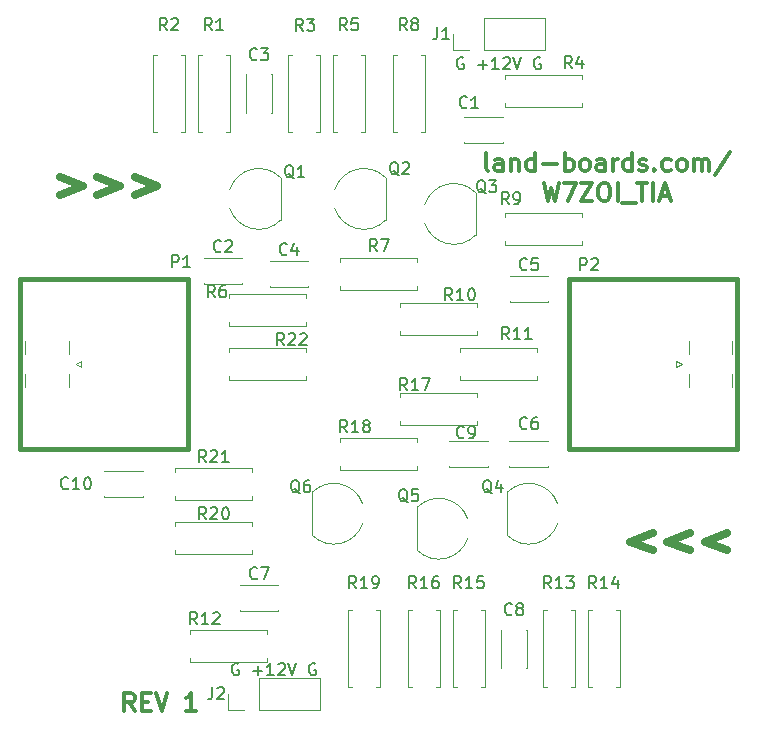
<source format=gto>
%TF.GenerationSoftware,KiCad,Pcbnew,(5.1.10)-1*%
%TF.CreationDate,2021-10-29T13:49:13-04:00*%
%TF.ProjectId,W7ZOI_TIA,57375a4f-495f-4544-9941-2e6b69636164,rev?*%
%TF.SameCoordinates,Original*%
%TF.FileFunction,Legend,Top*%
%TF.FilePolarity,Positive*%
%FSLAX46Y46*%
G04 Gerber Fmt 4.6, Leading zero omitted, Abs format (unit mm)*
G04 Created by KiCad (PCBNEW (5.1.10)-1) date 2021-10-29 13:49:13*
%MOMM*%
%LPD*%
G01*
G04 APERTURE LIST*
%ADD10C,0.300000*%
%ADD11C,0.150000*%
%ADD12C,0.635000*%
%ADD13C,0.120000*%
%ADD14C,0.381000*%
G04 APERTURE END LIST*
D10*
X113935142Y-115715171D02*
X113435142Y-115000885D01*
X113078000Y-115715171D02*
X113078000Y-114215171D01*
X113649428Y-114215171D01*
X113792285Y-114286600D01*
X113863714Y-114358028D01*
X113935142Y-114500885D01*
X113935142Y-114715171D01*
X113863714Y-114858028D01*
X113792285Y-114929457D01*
X113649428Y-115000885D01*
X113078000Y-115000885D01*
X114578000Y-114929457D02*
X115078000Y-114929457D01*
X115292285Y-115715171D02*
X114578000Y-115715171D01*
X114578000Y-114215171D01*
X115292285Y-114215171D01*
X115720857Y-114215171D02*
X116220857Y-115715171D01*
X116720857Y-114215171D01*
X119149428Y-115715171D02*
X118292285Y-115715171D01*
X118720857Y-115715171D02*
X118720857Y-114215171D01*
X118578000Y-114429457D01*
X118435142Y-114572314D01*
X118292285Y-114643742D01*
D11*
X122730000Y-111742600D02*
X122634761Y-111694980D01*
X122491904Y-111694980D01*
X122349047Y-111742600D01*
X122253809Y-111837838D01*
X122206190Y-111933076D01*
X122158571Y-112123552D01*
X122158571Y-112266409D01*
X122206190Y-112456885D01*
X122253809Y-112552123D01*
X122349047Y-112647361D01*
X122491904Y-112694980D01*
X122587142Y-112694980D01*
X122730000Y-112647361D01*
X122777619Y-112599742D01*
X122777619Y-112266409D01*
X122587142Y-112266409D01*
X123968095Y-112314028D02*
X124730000Y-112314028D01*
X124349047Y-112694980D02*
X124349047Y-111933076D01*
X125730000Y-112694980D02*
X125158571Y-112694980D01*
X125444285Y-112694980D02*
X125444285Y-111694980D01*
X125349047Y-111837838D01*
X125253809Y-111933076D01*
X125158571Y-111980695D01*
X126110952Y-111790219D02*
X126158571Y-111742600D01*
X126253809Y-111694980D01*
X126491904Y-111694980D01*
X126587142Y-111742600D01*
X126634761Y-111790219D01*
X126682380Y-111885457D01*
X126682380Y-111980695D01*
X126634761Y-112123552D01*
X126063333Y-112694980D01*
X126682380Y-112694980D01*
X126968095Y-111694980D02*
X127301428Y-112694980D01*
X127634761Y-111694980D01*
X129253809Y-111742600D02*
X129158571Y-111694980D01*
X129015714Y-111694980D01*
X128872857Y-111742600D01*
X128777619Y-111837838D01*
X128730000Y-111933076D01*
X128682380Y-112123552D01*
X128682380Y-112266409D01*
X128730000Y-112456885D01*
X128777619Y-112552123D01*
X128872857Y-112647361D01*
X129015714Y-112694980D01*
X129110952Y-112694980D01*
X129253809Y-112647361D01*
X129301428Y-112599742D01*
X129301428Y-112266409D01*
X129110952Y-112266409D01*
X141780000Y-60434600D02*
X141684761Y-60386980D01*
X141541904Y-60386980D01*
X141399047Y-60434600D01*
X141303809Y-60529838D01*
X141256190Y-60625076D01*
X141208571Y-60815552D01*
X141208571Y-60958409D01*
X141256190Y-61148885D01*
X141303809Y-61244123D01*
X141399047Y-61339361D01*
X141541904Y-61386980D01*
X141637142Y-61386980D01*
X141780000Y-61339361D01*
X141827619Y-61291742D01*
X141827619Y-60958409D01*
X141637142Y-60958409D01*
X143018095Y-61006028D02*
X143780000Y-61006028D01*
X143399047Y-61386980D02*
X143399047Y-60625076D01*
X144780000Y-61386980D02*
X144208571Y-61386980D01*
X144494285Y-61386980D02*
X144494285Y-60386980D01*
X144399047Y-60529838D01*
X144303809Y-60625076D01*
X144208571Y-60672695D01*
X145160952Y-60482219D02*
X145208571Y-60434600D01*
X145303809Y-60386980D01*
X145541904Y-60386980D01*
X145637142Y-60434600D01*
X145684761Y-60482219D01*
X145732380Y-60577457D01*
X145732380Y-60672695D01*
X145684761Y-60815552D01*
X145113333Y-61386980D01*
X145732380Y-61386980D01*
X146018095Y-60386980D02*
X146351428Y-61386980D01*
X146684761Y-60386980D01*
X148303809Y-60434600D02*
X148208571Y-60386980D01*
X148065714Y-60386980D01*
X147922857Y-60434600D01*
X147827619Y-60529838D01*
X147780000Y-60625076D01*
X147732380Y-60815552D01*
X147732380Y-60958409D01*
X147780000Y-61148885D01*
X147827619Y-61244123D01*
X147922857Y-61339361D01*
X148065714Y-61386980D01*
X148160952Y-61386980D01*
X148303809Y-61339361D01*
X148351428Y-61291742D01*
X148351428Y-60958409D01*
X148160952Y-60958409D01*
D10*
X143888285Y-69990171D02*
X143745428Y-69918742D01*
X143674000Y-69775885D01*
X143674000Y-68490171D01*
X145102571Y-69990171D02*
X145102571Y-69204457D01*
X145031142Y-69061600D01*
X144888285Y-68990171D01*
X144602571Y-68990171D01*
X144459714Y-69061600D01*
X145102571Y-69918742D02*
X144959714Y-69990171D01*
X144602571Y-69990171D01*
X144459714Y-69918742D01*
X144388285Y-69775885D01*
X144388285Y-69633028D01*
X144459714Y-69490171D01*
X144602571Y-69418742D01*
X144959714Y-69418742D01*
X145102571Y-69347314D01*
X145816857Y-68990171D02*
X145816857Y-69990171D01*
X145816857Y-69133028D02*
X145888285Y-69061600D01*
X146031142Y-68990171D01*
X146245428Y-68990171D01*
X146388285Y-69061600D01*
X146459714Y-69204457D01*
X146459714Y-69990171D01*
X147816857Y-69990171D02*
X147816857Y-68490171D01*
X147816857Y-69918742D02*
X147674000Y-69990171D01*
X147388285Y-69990171D01*
X147245428Y-69918742D01*
X147174000Y-69847314D01*
X147102571Y-69704457D01*
X147102571Y-69275885D01*
X147174000Y-69133028D01*
X147245428Y-69061600D01*
X147388285Y-68990171D01*
X147674000Y-68990171D01*
X147816857Y-69061600D01*
X148531142Y-69418742D02*
X149674000Y-69418742D01*
X150388285Y-69990171D02*
X150388285Y-68490171D01*
X150388285Y-69061600D02*
X150531142Y-68990171D01*
X150816857Y-68990171D01*
X150959714Y-69061600D01*
X151031142Y-69133028D01*
X151102571Y-69275885D01*
X151102571Y-69704457D01*
X151031142Y-69847314D01*
X150959714Y-69918742D01*
X150816857Y-69990171D01*
X150531142Y-69990171D01*
X150388285Y-69918742D01*
X151959714Y-69990171D02*
X151816857Y-69918742D01*
X151745428Y-69847314D01*
X151674000Y-69704457D01*
X151674000Y-69275885D01*
X151745428Y-69133028D01*
X151816857Y-69061600D01*
X151959714Y-68990171D01*
X152174000Y-68990171D01*
X152316857Y-69061600D01*
X152388285Y-69133028D01*
X152459714Y-69275885D01*
X152459714Y-69704457D01*
X152388285Y-69847314D01*
X152316857Y-69918742D01*
X152174000Y-69990171D01*
X151959714Y-69990171D01*
X153745428Y-69990171D02*
X153745428Y-69204457D01*
X153674000Y-69061600D01*
X153531142Y-68990171D01*
X153245428Y-68990171D01*
X153102571Y-69061600D01*
X153745428Y-69918742D02*
X153602571Y-69990171D01*
X153245428Y-69990171D01*
X153102571Y-69918742D01*
X153031142Y-69775885D01*
X153031142Y-69633028D01*
X153102571Y-69490171D01*
X153245428Y-69418742D01*
X153602571Y-69418742D01*
X153745428Y-69347314D01*
X154459714Y-69990171D02*
X154459714Y-68990171D01*
X154459714Y-69275885D02*
X154531142Y-69133028D01*
X154602571Y-69061600D01*
X154745428Y-68990171D01*
X154888285Y-68990171D01*
X156031142Y-69990171D02*
X156031142Y-68490171D01*
X156031142Y-69918742D02*
X155888285Y-69990171D01*
X155602571Y-69990171D01*
X155459714Y-69918742D01*
X155388285Y-69847314D01*
X155316857Y-69704457D01*
X155316857Y-69275885D01*
X155388285Y-69133028D01*
X155459714Y-69061600D01*
X155602571Y-68990171D01*
X155888285Y-68990171D01*
X156031142Y-69061600D01*
X156674000Y-69918742D02*
X156816857Y-69990171D01*
X157102571Y-69990171D01*
X157245428Y-69918742D01*
X157316857Y-69775885D01*
X157316857Y-69704457D01*
X157245428Y-69561600D01*
X157102571Y-69490171D01*
X156888285Y-69490171D01*
X156745428Y-69418742D01*
X156674000Y-69275885D01*
X156674000Y-69204457D01*
X156745428Y-69061600D01*
X156888285Y-68990171D01*
X157102571Y-68990171D01*
X157245428Y-69061600D01*
X157959714Y-69847314D02*
X158031142Y-69918742D01*
X157959714Y-69990171D01*
X157888285Y-69918742D01*
X157959714Y-69847314D01*
X157959714Y-69990171D01*
X159316857Y-69918742D02*
X159174000Y-69990171D01*
X158888285Y-69990171D01*
X158745428Y-69918742D01*
X158674000Y-69847314D01*
X158602571Y-69704457D01*
X158602571Y-69275885D01*
X158674000Y-69133028D01*
X158745428Y-69061600D01*
X158888285Y-68990171D01*
X159174000Y-68990171D01*
X159316857Y-69061600D01*
X160174000Y-69990171D02*
X160031142Y-69918742D01*
X159959714Y-69847314D01*
X159888285Y-69704457D01*
X159888285Y-69275885D01*
X159959714Y-69133028D01*
X160031142Y-69061600D01*
X160174000Y-68990171D01*
X160388285Y-68990171D01*
X160531142Y-69061600D01*
X160602571Y-69133028D01*
X160674000Y-69275885D01*
X160674000Y-69704457D01*
X160602571Y-69847314D01*
X160531142Y-69918742D01*
X160388285Y-69990171D01*
X160174000Y-69990171D01*
X161316857Y-69990171D02*
X161316857Y-68990171D01*
X161316857Y-69133028D02*
X161388285Y-69061600D01*
X161531142Y-68990171D01*
X161745428Y-68990171D01*
X161888285Y-69061600D01*
X161959714Y-69204457D01*
X161959714Y-69990171D01*
X161959714Y-69204457D02*
X162031142Y-69061600D01*
X162174000Y-68990171D01*
X162388285Y-68990171D01*
X162531142Y-69061600D01*
X162602571Y-69204457D01*
X162602571Y-69990171D01*
X164388285Y-68418742D02*
X163102571Y-70347314D01*
X148566857Y-71040171D02*
X148924000Y-72540171D01*
X149209714Y-71468742D01*
X149495428Y-72540171D01*
X149852571Y-71040171D01*
X150281142Y-71040171D02*
X151281142Y-71040171D01*
X150638285Y-72540171D01*
X151709714Y-71040171D02*
X152709714Y-71040171D01*
X151709714Y-72540171D01*
X152709714Y-72540171D01*
X153566857Y-71040171D02*
X153852571Y-71040171D01*
X153995428Y-71111600D01*
X154138285Y-71254457D01*
X154209714Y-71540171D01*
X154209714Y-72040171D01*
X154138285Y-72325885D01*
X153995428Y-72468742D01*
X153852571Y-72540171D01*
X153566857Y-72540171D01*
X153424000Y-72468742D01*
X153281142Y-72325885D01*
X153209714Y-72040171D01*
X153209714Y-71540171D01*
X153281142Y-71254457D01*
X153424000Y-71111600D01*
X153566857Y-71040171D01*
X154852571Y-72540171D02*
X154852571Y-71040171D01*
X155209714Y-72683028D02*
X156352571Y-72683028D01*
X156495428Y-71040171D02*
X157352571Y-71040171D01*
X156924000Y-72540171D02*
X156924000Y-71040171D01*
X157852571Y-72540171D02*
X157852571Y-71040171D01*
X158495428Y-72111600D02*
X159209714Y-72111600D01*
X158352571Y-72540171D02*
X158852571Y-71040171D01*
X159352571Y-72540171D01*
D12*
X164132380Y-102118885D02*
X162197142Y-101393171D01*
X164132380Y-100667457D01*
X160987619Y-102118885D02*
X159052380Y-101393171D01*
X160987619Y-100667457D01*
X157842857Y-102118885D02*
X155907619Y-101393171D01*
X157842857Y-100667457D01*
X107647619Y-70550314D02*
X109582857Y-71276028D01*
X107647619Y-72001742D01*
X110792380Y-70550314D02*
X112727619Y-71276028D01*
X110792380Y-72001742D01*
X113937142Y-70550314D02*
X115872380Y-71276028D01*
X113937142Y-72001742D01*
D13*
%TO.C,C1*%
X141870000Y-65402600D02*
X145110000Y-65402600D01*
X141870000Y-67642600D02*
X145110000Y-67642600D01*
X141870000Y-65402600D02*
X141870000Y-65467600D01*
X141870000Y-67577600D02*
X141870000Y-67642600D01*
X145110000Y-65402600D02*
X145110000Y-65467600D01*
X145110000Y-67577600D02*
X145110000Y-67642600D01*
%TO.C,C2*%
X119812000Y-77405600D02*
X119812000Y-77340600D01*
X119812000Y-79580600D02*
X119812000Y-79515600D01*
X123052000Y-77405600D02*
X123052000Y-77340600D01*
X123052000Y-79580600D02*
X123052000Y-79515600D01*
X123052000Y-77340600D02*
X119812000Y-77340600D01*
X123052000Y-79580600D02*
X119812000Y-79580600D01*
%TO.C,C3*%
X125580000Y-61834600D02*
X125580000Y-65074600D01*
X123340000Y-61834600D02*
X123340000Y-65074600D01*
X125580000Y-61834600D02*
X125515000Y-61834600D01*
X123405000Y-61834600D02*
X123340000Y-61834600D01*
X125580000Y-65074600D02*
X125515000Y-65074600D01*
X123405000Y-65074600D02*
X123340000Y-65074600D01*
%TO.C,C4*%
X125400000Y-77659600D02*
X125400000Y-77594600D01*
X125400000Y-79834600D02*
X125400000Y-79769600D01*
X128640000Y-77659600D02*
X128640000Y-77594600D01*
X128640000Y-79834600D02*
X128640000Y-79769600D01*
X128640000Y-77594600D02*
X125400000Y-77594600D01*
X128640000Y-79834600D02*
X125400000Y-79834600D01*
%TO.C,C5*%
X148960000Y-81104600D02*
X145720000Y-81104600D01*
X148960000Y-78864600D02*
X145720000Y-78864600D01*
X148960000Y-81104600D02*
X148960000Y-81039600D01*
X148960000Y-78929600D02*
X148960000Y-78864600D01*
X145720000Y-81104600D02*
X145720000Y-81039600D01*
X145720000Y-78929600D02*
X145720000Y-78864600D01*
%TO.C,C6*%
X148920000Y-95009600D02*
X148920000Y-95074600D01*
X148920000Y-92834600D02*
X148920000Y-92899600D01*
X145680000Y-95009600D02*
X145680000Y-95074600D01*
X145680000Y-92834600D02*
X145680000Y-92899600D01*
X145680000Y-95074600D02*
X148920000Y-95074600D01*
X145680000Y-92834600D02*
X148920000Y-92834600D01*
%TO.C,C7*%
X126100000Y-107201600D02*
X126100000Y-107266600D01*
X126100000Y-105026600D02*
X126100000Y-105091600D01*
X122860000Y-107201600D02*
X122860000Y-107266600D01*
X122860000Y-105026600D02*
X122860000Y-105091600D01*
X122860000Y-107266600D02*
X126100000Y-107266600D01*
X122860000Y-105026600D02*
X126100000Y-105026600D01*
%TO.C,C8*%
X144930000Y-112104600D02*
X144930000Y-108864600D01*
X147170000Y-112104600D02*
X147170000Y-108864600D01*
X144930000Y-112104600D02*
X144995000Y-112104600D01*
X147105000Y-112104600D02*
X147170000Y-112104600D01*
X144930000Y-108864600D02*
X144995000Y-108864600D01*
X147105000Y-108864600D02*
X147170000Y-108864600D01*
%TO.C,C9*%
X143840000Y-95009600D02*
X143840000Y-95074600D01*
X143840000Y-92834600D02*
X143840000Y-92899600D01*
X140600000Y-95009600D02*
X140600000Y-95074600D01*
X140600000Y-92834600D02*
X140600000Y-92899600D01*
X140600000Y-95074600D02*
X143840000Y-95074600D01*
X140600000Y-92834600D02*
X143840000Y-92834600D01*
%TO.C,C10*%
X111390000Y-95374600D02*
X114630000Y-95374600D01*
X111390000Y-97614600D02*
X114630000Y-97614600D01*
X111390000Y-95374600D02*
X111390000Y-95439600D01*
X111390000Y-97549600D02*
X111390000Y-97614600D01*
X114630000Y-95374600D02*
X114630000Y-95439600D01*
X114630000Y-97549600D02*
X114630000Y-97614600D01*
%TO.C,P1*%
X108390000Y-87174600D02*
X108390000Y-88284600D01*
X108390000Y-84384600D02*
X108390000Y-85494600D01*
X104680000Y-87174600D02*
X104680000Y-88284600D01*
X104680000Y-84384600D02*
X104680000Y-85494600D01*
X108940000Y-86334600D02*
X109440000Y-86584600D01*
X109440000Y-86584600D02*
X109440000Y-86084600D01*
X109440000Y-86084600D02*
X108940000Y-86334600D01*
%TO.C,P2*%
X159800000Y-86584600D02*
X160300000Y-86334600D01*
X159800000Y-86084600D02*
X159800000Y-86584600D01*
X160300000Y-86334600D02*
X159800000Y-86084600D01*
X164560000Y-88284600D02*
X164560000Y-87174600D01*
X164560000Y-85494600D02*
X164560000Y-84384600D01*
X160850000Y-88284600D02*
X160850000Y-87174600D01*
X160850000Y-85494600D02*
X160850000Y-84384600D01*
%TO.C,Q1*%
X126310000Y-74164600D02*
X126310000Y-70564600D01*
X126287684Y-70556155D02*
G75*
G03*
X122010000Y-71584600I-1827684J-1808445D01*
G01*
X126301741Y-74176475D02*
G75*
G02*
X122010000Y-73184600I-1841741J1811875D01*
G01*
%TO.C,Q2*%
X135200000Y-74164600D02*
X135200000Y-70564600D01*
X135177684Y-70556155D02*
G75*
G03*
X130900000Y-71584600I-1827684J-1808445D01*
G01*
X135191741Y-74176475D02*
G75*
G02*
X130900000Y-73184600I-1841741J1811875D01*
G01*
%TO.C,Q3*%
X142820000Y-75434600D02*
X142820000Y-71834600D01*
X142811741Y-75446475D02*
G75*
G02*
X138520000Y-74454600I-1841741J1811875D01*
G01*
X142797684Y-71826155D02*
G75*
G03*
X138520000Y-72854600I-1827684J-1808445D01*
G01*
%TO.C,Q4*%
X145470000Y-97234600D02*
X145470000Y-100834600D01*
X145478259Y-97222725D02*
G75*
G02*
X149770000Y-98214600I1841741J-1811875D01*
G01*
X145492316Y-100843045D02*
G75*
G03*
X149770000Y-99814600I1827684J1808445D01*
G01*
%TO.C,Q5*%
X137850000Y-98504600D02*
X137850000Y-102104600D01*
X137872316Y-102113045D02*
G75*
G03*
X142150000Y-101084600I1827684J1808445D01*
G01*
X137858259Y-98492725D02*
G75*
G02*
X142150000Y-99484600I1841741J-1811875D01*
G01*
%TO.C,Q6*%
X128960000Y-97234600D02*
X128960000Y-100834600D01*
X128968259Y-97222725D02*
G75*
G02*
X133260000Y-98214600I1841741J-1811875D01*
G01*
X128982316Y-100843045D02*
G75*
G03*
X133260000Y-99814600I1827684J1808445D01*
G01*
%TO.C,R1*%
X119280000Y-66744600D02*
X119610000Y-66744600D01*
X119280000Y-60204600D02*
X119280000Y-66744600D01*
X119610000Y-60204600D02*
X119280000Y-60204600D01*
X122020000Y-66744600D02*
X121690000Y-66744600D01*
X122020000Y-60204600D02*
X122020000Y-66744600D01*
X121690000Y-60204600D02*
X122020000Y-60204600D01*
%TO.C,R2*%
X115800000Y-66744600D02*
X115470000Y-66744600D01*
X115470000Y-66744600D02*
X115470000Y-60204600D01*
X115470000Y-60204600D02*
X115800000Y-60204600D01*
X117880000Y-66744600D02*
X118210000Y-66744600D01*
X118210000Y-66744600D02*
X118210000Y-60204600D01*
X118210000Y-60204600D02*
X117880000Y-60204600D01*
%TO.C,R3*%
X127230000Y-66744600D02*
X126900000Y-66744600D01*
X126900000Y-66744600D02*
X126900000Y-60204600D01*
X126900000Y-60204600D02*
X127230000Y-60204600D01*
X129310000Y-66744600D02*
X129640000Y-66744600D01*
X129640000Y-66744600D02*
X129640000Y-60204600D01*
X129640000Y-60204600D02*
X129310000Y-60204600D01*
%TO.C,R4*%
X145320000Y-62180600D02*
X145320000Y-61850600D01*
X145320000Y-61850600D02*
X151860000Y-61850600D01*
X151860000Y-61850600D02*
X151860000Y-62180600D01*
X145320000Y-64260600D02*
X145320000Y-64590600D01*
X145320000Y-64590600D02*
X151860000Y-64590600D01*
X151860000Y-64590600D02*
X151860000Y-64260600D01*
%TO.C,R5*%
X133120000Y-60204600D02*
X133450000Y-60204600D01*
X133450000Y-60204600D02*
X133450000Y-66744600D01*
X133450000Y-66744600D02*
X133120000Y-66744600D01*
X131040000Y-60204600D02*
X130710000Y-60204600D01*
X130710000Y-60204600D02*
X130710000Y-66744600D01*
X130710000Y-66744600D02*
X131040000Y-66744600D01*
%TO.C,R6*%
X128492000Y-83132600D02*
X128492000Y-82802600D01*
X121952000Y-83132600D02*
X128492000Y-83132600D01*
X121952000Y-82802600D02*
X121952000Y-83132600D01*
X128492000Y-80392600D02*
X128492000Y-80722600D01*
X121952000Y-80392600D02*
X128492000Y-80392600D01*
X121952000Y-80722600D02*
X121952000Y-80392600D01*
%TO.C,R7*%
X137890000Y-80084600D02*
X137890000Y-79754600D01*
X131350000Y-80084600D02*
X137890000Y-80084600D01*
X131350000Y-79754600D02*
X131350000Y-80084600D01*
X137890000Y-77344600D02*
X137890000Y-77674600D01*
X131350000Y-77344600D02*
X137890000Y-77344600D01*
X131350000Y-77674600D02*
X131350000Y-77344600D01*
%TO.C,R8*%
X138530000Y-60204600D02*
X138200000Y-60204600D01*
X138530000Y-66744600D02*
X138530000Y-60204600D01*
X138200000Y-66744600D02*
X138530000Y-66744600D01*
X135790000Y-60204600D02*
X136120000Y-60204600D01*
X135790000Y-66744600D02*
X135790000Y-60204600D01*
X136120000Y-66744600D02*
X135790000Y-66744600D01*
%TO.C,R9*%
X151860000Y-76274600D02*
X151860000Y-75944600D01*
X145320000Y-76274600D02*
X151860000Y-76274600D01*
X145320000Y-75944600D02*
X145320000Y-76274600D01*
X151860000Y-73534600D02*
X151860000Y-73864600D01*
X145320000Y-73534600D02*
X151860000Y-73534600D01*
X145320000Y-73864600D02*
X145320000Y-73534600D01*
%TO.C,R10*%
X142970000Y-83564600D02*
X142970000Y-83894600D01*
X142970000Y-83894600D02*
X136430000Y-83894600D01*
X136430000Y-83894600D02*
X136430000Y-83564600D01*
X142970000Y-81484600D02*
X142970000Y-81154600D01*
X142970000Y-81154600D02*
X136430000Y-81154600D01*
X136430000Y-81154600D02*
X136430000Y-81484600D01*
%TO.C,R11*%
X148050000Y-87374600D02*
X148050000Y-87704600D01*
X148050000Y-87704600D02*
X141510000Y-87704600D01*
X141510000Y-87704600D02*
X141510000Y-87374600D01*
X148050000Y-85294600D02*
X148050000Y-84964600D01*
X148050000Y-84964600D02*
X141510000Y-84964600D01*
X141510000Y-84964600D02*
X141510000Y-85294600D01*
%TO.C,R12*%
X125190000Y-111250600D02*
X125190000Y-111580600D01*
X125190000Y-111580600D02*
X118650000Y-111580600D01*
X118650000Y-111580600D02*
X118650000Y-111250600D01*
X125190000Y-109170600D02*
X125190000Y-108840600D01*
X125190000Y-108840600D02*
X118650000Y-108840600D01*
X118650000Y-108840600D02*
X118650000Y-109170600D01*
%TO.C,R13*%
X148820000Y-113734600D02*
X148490000Y-113734600D01*
X148490000Y-113734600D02*
X148490000Y-107194600D01*
X148490000Y-107194600D02*
X148820000Y-107194600D01*
X150900000Y-113734600D02*
X151230000Y-113734600D01*
X151230000Y-113734600D02*
X151230000Y-107194600D01*
X151230000Y-107194600D02*
X150900000Y-107194600D01*
%TO.C,R14*%
X152300000Y-113734600D02*
X152630000Y-113734600D01*
X152300000Y-107194600D02*
X152300000Y-113734600D01*
X152630000Y-107194600D02*
X152300000Y-107194600D01*
X155040000Y-113734600D02*
X154710000Y-113734600D01*
X155040000Y-107194600D02*
X155040000Y-113734600D01*
X154710000Y-107194600D02*
X155040000Y-107194600D01*
%TO.C,R15*%
X140870000Y-113734600D02*
X141200000Y-113734600D01*
X140870000Y-107194600D02*
X140870000Y-113734600D01*
X141200000Y-107194600D02*
X140870000Y-107194600D01*
X143610000Y-113734600D02*
X143280000Y-113734600D01*
X143610000Y-107194600D02*
X143610000Y-113734600D01*
X143280000Y-107194600D02*
X143610000Y-107194600D01*
%TO.C,R16*%
X139800000Y-107194600D02*
X139470000Y-107194600D01*
X139800000Y-113734600D02*
X139800000Y-107194600D01*
X139470000Y-113734600D02*
X139800000Y-113734600D01*
X137060000Y-107194600D02*
X137390000Y-107194600D01*
X137060000Y-113734600D02*
X137060000Y-107194600D01*
X137390000Y-113734600D02*
X137060000Y-113734600D01*
%TO.C,R17*%
X136430000Y-88774600D02*
X136430000Y-89104600D01*
X142970000Y-88774600D02*
X136430000Y-88774600D01*
X142970000Y-89104600D02*
X142970000Y-88774600D01*
X136430000Y-91514600D02*
X136430000Y-91184600D01*
X142970000Y-91514600D02*
X136430000Y-91514600D01*
X142970000Y-91184600D02*
X142970000Y-91514600D01*
%TO.C,R18*%
X137890000Y-94994600D02*
X137890000Y-95324600D01*
X137890000Y-95324600D02*
X131350000Y-95324600D01*
X131350000Y-95324600D02*
X131350000Y-94994600D01*
X137890000Y-92914600D02*
X137890000Y-92584600D01*
X137890000Y-92584600D02*
X131350000Y-92584600D01*
X131350000Y-92584600D02*
X131350000Y-92914600D01*
%TO.C,R19*%
X131980000Y-113734600D02*
X132310000Y-113734600D01*
X131980000Y-107194600D02*
X131980000Y-113734600D01*
X132310000Y-107194600D02*
X131980000Y-107194600D01*
X134720000Y-113734600D02*
X134390000Y-113734600D01*
X134720000Y-107194600D02*
X134720000Y-113734600D01*
X134390000Y-107194600D02*
X134720000Y-107194600D01*
%TO.C,R20*%
X123920000Y-102106600D02*
X123920000Y-102436600D01*
X123920000Y-102436600D02*
X117380000Y-102436600D01*
X117380000Y-102436600D02*
X117380000Y-102106600D01*
X123920000Y-100026600D02*
X123920000Y-99696600D01*
X123920000Y-99696600D02*
X117380000Y-99696600D01*
X117380000Y-99696600D02*
X117380000Y-100026600D01*
%TO.C,R21*%
X123920000Y-97864600D02*
X123920000Y-97534600D01*
X117380000Y-97864600D02*
X123920000Y-97864600D01*
X117380000Y-97534600D02*
X117380000Y-97864600D01*
X123920000Y-95124600D02*
X123920000Y-95454600D01*
X117380000Y-95124600D02*
X123920000Y-95124600D01*
X117380000Y-95454600D02*
X117380000Y-95124600D01*
%TO.C,J1*%
X148650000Y-59724600D02*
X148650000Y-57064600D01*
X143510000Y-59724600D02*
X148650000Y-59724600D01*
X143510000Y-57064600D02*
X148650000Y-57064600D01*
X143510000Y-59724600D02*
X143510000Y-57064600D01*
X142240000Y-59724600D02*
X140910000Y-59724600D01*
X140910000Y-59724600D02*
X140910000Y-58394600D01*
%TO.C,J2*%
X121860000Y-115604600D02*
X121860000Y-114274600D01*
X123190000Y-115604600D02*
X121860000Y-115604600D01*
X124460000Y-115604600D02*
X124460000Y-112944600D01*
X124460000Y-112944600D02*
X129600000Y-112944600D01*
X124460000Y-115604600D02*
X129600000Y-115604600D01*
X129600000Y-115604600D02*
X129600000Y-112944600D01*
%TO.C,R22*%
X121952000Y-85294600D02*
X121952000Y-84964600D01*
X121952000Y-84964600D02*
X128492000Y-84964600D01*
X128492000Y-84964600D02*
X128492000Y-85294600D01*
X121952000Y-87374600D02*
X121952000Y-87704600D01*
X121952000Y-87704600D02*
X128492000Y-87704600D01*
X128492000Y-87704600D02*
X128492000Y-87374600D01*
D14*
%TO.C,P3*%
X118465600Y-93522800D02*
X104264460Y-93522800D01*
X104269540Y-93527880D02*
X104269540Y-79128620D01*
X104264460Y-79123540D02*
X118465600Y-79123540D01*
X118483380Y-93522800D02*
X118483380Y-79123540D01*
%TO.C,P4*%
X150756620Y-79146400D02*
X150756620Y-93545660D01*
X164975540Y-93545660D02*
X150774400Y-93545660D01*
X164970460Y-79141320D02*
X164970460Y-93540580D01*
X150774400Y-79146400D02*
X164975540Y-79146400D01*
%TO.C,C1*%
D11*
X142073333Y-64593742D02*
X142025714Y-64641361D01*
X141882857Y-64688980D01*
X141787619Y-64688980D01*
X141644761Y-64641361D01*
X141549523Y-64546123D01*
X141501904Y-64450885D01*
X141454285Y-64260409D01*
X141454285Y-64117552D01*
X141501904Y-63927076D01*
X141549523Y-63831838D01*
X141644761Y-63736600D01*
X141787619Y-63688980D01*
X141882857Y-63688980D01*
X142025714Y-63736600D01*
X142073333Y-63784219D01*
X143025714Y-64688980D02*
X142454285Y-64688980D01*
X142740000Y-64688980D02*
X142740000Y-63688980D01*
X142644761Y-63831838D01*
X142549523Y-63927076D01*
X142454285Y-63974695D01*
%TO.C,C2*%
X121245333Y-76785742D02*
X121197714Y-76833361D01*
X121054857Y-76880980D01*
X120959619Y-76880980D01*
X120816761Y-76833361D01*
X120721523Y-76738123D01*
X120673904Y-76642885D01*
X120626285Y-76452409D01*
X120626285Y-76309552D01*
X120673904Y-76119076D01*
X120721523Y-76023838D01*
X120816761Y-75928600D01*
X120959619Y-75880980D01*
X121054857Y-75880980D01*
X121197714Y-75928600D01*
X121245333Y-75976219D01*
X121626285Y-75976219D02*
X121673904Y-75928600D01*
X121769142Y-75880980D01*
X122007238Y-75880980D01*
X122102476Y-75928600D01*
X122150095Y-75976219D01*
X122197714Y-76071457D01*
X122197714Y-76166695D01*
X122150095Y-76309552D01*
X121578666Y-76880980D01*
X122197714Y-76880980D01*
%TO.C,C3*%
X124293333Y-60529742D02*
X124245714Y-60577361D01*
X124102857Y-60624980D01*
X124007619Y-60624980D01*
X123864761Y-60577361D01*
X123769523Y-60482123D01*
X123721904Y-60386885D01*
X123674285Y-60196409D01*
X123674285Y-60053552D01*
X123721904Y-59863076D01*
X123769523Y-59767838D01*
X123864761Y-59672600D01*
X124007619Y-59624980D01*
X124102857Y-59624980D01*
X124245714Y-59672600D01*
X124293333Y-59720219D01*
X124626666Y-59624980D02*
X125245714Y-59624980D01*
X124912380Y-60005933D01*
X125055238Y-60005933D01*
X125150476Y-60053552D01*
X125198095Y-60101171D01*
X125245714Y-60196409D01*
X125245714Y-60434504D01*
X125198095Y-60529742D01*
X125150476Y-60577361D01*
X125055238Y-60624980D01*
X124769523Y-60624980D01*
X124674285Y-60577361D01*
X124626666Y-60529742D01*
%TO.C,C4*%
X126833333Y-77039742D02*
X126785714Y-77087361D01*
X126642857Y-77134980D01*
X126547619Y-77134980D01*
X126404761Y-77087361D01*
X126309523Y-76992123D01*
X126261904Y-76896885D01*
X126214285Y-76706409D01*
X126214285Y-76563552D01*
X126261904Y-76373076D01*
X126309523Y-76277838D01*
X126404761Y-76182600D01*
X126547619Y-76134980D01*
X126642857Y-76134980D01*
X126785714Y-76182600D01*
X126833333Y-76230219D01*
X127690476Y-76468314D02*
X127690476Y-77134980D01*
X127452380Y-76087361D02*
X127214285Y-76801647D01*
X127833333Y-76801647D01*
%TO.C,C5*%
X147153333Y-78309742D02*
X147105714Y-78357361D01*
X146962857Y-78404980D01*
X146867619Y-78404980D01*
X146724761Y-78357361D01*
X146629523Y-78262123D01*
X146581904Y-78166885D01*
X146534285Y-77976409D01*
X146534285Y-77833552D01*
X146581904Y-77643076D01*
X146629523Y-77547838D01*
X146724761Y-77452600D01*
X146867619Y-77404980D01*
X146962857Y-77404980D01*
X147105714Y-77452600D01*
X147153333Y-77500219D01*
X148058095Y-77404980D02*
X147581904Y-77404980D01*
X147534285Y-77881171D01*
X147581904Y-77833552D01*
X147677142Y-77785933D01*
X147915238Y-77785933D01*
X148010476Y-77833552D01*
X148058095Y-77881171D01*
X148105714Y-77976409D01*
X148105714Y-78214504D01*
X148058095Y-78309742D01*
X148010476Y-78357361D01*
X147915238Y-78404980D01*
X147677142Y-78404980D01*
X147581904Y-78357361D01*
X147534285Y-78309742D01*
%TO.C,C6*%
X147153333Y-91771742D02*
X147105714Y-91819361D01*
X146962857Y-91866980D01*
X146867619Y-91866980D01*
X146724761Y-91819361D01*
X146629523Y-91724123D01*
X146581904Y-91628885D01*
X146534285Y-91438409D01*
X146534285Y-91295552D01*
X146581904Y-91105076D01*
X146629523Y-91009838D01*
X146724761Y-90914600D01*
X146867619Y-90866980D01*
X146962857Y-90866980D01*
X147105714Y-90914600D01*
X147153333Y-90962219D01*
X148010476Y-90866980D02*
X147820000Y-90866980D01*
X147724761Y-90914600D01*
X147677142Y-90962219D01*
X147581904Y-91105076D01*
X147534285Y-91295552D01*
X147534285Y-91676504D01*
X147581904Y-91771742D01*
X147629523Y-91819361D01*
X147724761Y-91866980D01*
X147915238Y-91866980D01*
X148010476Y-91819361D01*
X148058095Y-91771742D01*
X148105714Y-91676504D01*
X148105714Y-91438409D01*
X148058095Y-91343171D01*
X148010476Y-91295552D01*
X147915238Y-91247933D01*
X147724761Y-91247933D01*
X147629523Y-91295552D01*
X147581904Y-91343171D01*
X147534285Y-91438409D01*
%TO.C,C7*%
X124313333Y-104471742D02*
X124265714Y-104519361D01*
X124122857Y-104566980D01*
X124027619Y-104566980D01*
X123884761Y-104519361D01*
X123789523Y-104424123D01*
X123741904Y-104328885D01*
X123694285Y-104138409D01*
X123694285Y-103995552D01*
X123741904Y-103805076D01*
X123789523Y-103709838D01*
X123884761Y-103614600D01*
X124027619Y-103566980D01*
X124122857Y-103566980D01*
X124265714Y-103614600D01*
X124313333Y-103662219D01*
X124646666Y-103566980D02*
X125313333Y-103566980D01*
X124884761Y-104566980D01*
%TO.C,C8*%
X145883333Y-107519742D02*
X145835714Y-107567361D01*
X145692857Y-107614980D01*
X145597619Y-107614980D01*
X145454761Y-107567361D01*
X145359523Y-107472123D01*
X145311904Y-107376885D01*
X145264285Y-107186409D01*
X145264285Y-107043552D01*
X145311904Y-106853076D01*
X145359523Y-106757838D01*
X145454761Y-106662600D01*
X145597619Y-106614980D01*
X145692857Y-106614980D01*
X145835714Y-106662600D01*
X145883333Y-106710219D01*
X146454761Y-107043552D02*
X146359523Y-106995933D01*
X146311904Y-106948314D01*
X146264285Y-106853076D01*
X146264285Y-106805457D01*
X146311904Y-106710219D01*
X146359523Y-106662600D01*
X146454761Y-106614980D01*
X146645238Y-106614980D01*
X146740476Y-106662600D01*
X146788095Y-106710219D01*
X146835714Y-106805457D01*
X146835714Y-106853076D01*
X146788095Y-106948314D01*
X146740476Y-106995933D01*
X146645238Y-107043552D01*
X146454761Y-107043552D01*
X146359523Y-107091171D01*
X146311904Y-107138790D01*
X146264285Y-107234028D01*
X146264285Y-107424504D01*
X146311904Y-107519742D01*
X146359523Y-107567361D01*
X146454761Y-107614980D01*
X146645238Y-107614980D01*
X146740476Y-107567361D01*
X146788095Y-107519742D01*
X146835714Y-107424504D01*
X146835714Y-107234028D01*
X146788095Y-107138790D01*
X146740476Y-107091171D01*
X146645238Y-107043552D01*
%TO.C,C9*%
X141819333Y-92533742D02*
X141771714Y-92581361D01*
X141628857Y-92628980D01*
X141533619Y-92628980D01*
X141390761Y-92581361D01*
X141295523Y-92486123D01*
X141247904Y-92390885D01*
X141200285Y-92200409D01*
X141200285Y-92057552D01*
X141247904Y-91867076D01*
X141295523Y-91771838D01*
X141390761Y-91676600D01*
X141533619Y-91628980D01*
X141628857Y-91628980D01*
X141771714Y-91676600D01*
X141819333Y-91724219D01*
X142295523Y-92628980D02*
X142486000Y-92628980D01*
X142581238Y-92581361D01*
X142628857Y-92533742D01*
X142724095Y-92390885D01*
X142771714Y-92200409D01*
X142771714Y-91819457D01*
X142724095Y-91724219D01*
X142676476Y-91676600D01*
X142581238Y-91628980D01*
X142390761Y-91628980D01*
X142295523Y-91676600D01*
X142247904Y-91724219D01*
X142200285Y-91819457D01*
X142200285Y-92057552D01*
X142247904Y-92152790D01*
X142295523Y-92200409D01*
X142390761Y-92248028D01*
X142581238Y-92248028D01*
X142676476Y-92200409D01*
X142724095Y-92152790D01*
X142771714Y-92057552D01*
%TO.C,C10*%
X108323142Y-96851742D02*
X108275523Y-96899361D01*
X108132666Y-96946980D01*
X108037428Y-96946980D01*
X107894571Y-96899361D01*
X107799333Y-96804123D01*
X107751714Y-96708885D01*
X107704095Y-96518409D01*
X107704095Y-96375552D01*
X107751714Y-96185076D01*
X107799333Y-96089838D01*
X107894571Y-95994600D01*
X108037428Y-95946980D01*
X108132666Y-95946980D01*
X108275523Y-95994600D01*
X108323142Y-96042219D01*
X109275523Y-96946980D02*
X108704095Y-96946980D01*
X108989809Y-96946980D02*
X108989809Y-95946980D01*
X108894571Y-96089838D01*
X108799333Y-96185076D01*
X108704095Y-96232695D01*
X109894571Y-95946980D02*
X109989809Y-95946980D01*
X110085047Y-95994600D01*
X110132666Y-96042219D01*
X110180285Y-96137457D01*
X110227904Y-96327933D01*
X110227904Y-96566028D01*
X110180285Y-96756504D01*
X110132666Y-96851742D01*
X110085047Y-96899361D01*
X109989809Y-96946980D01*
X109894571Y-96946980D01*
X109799333Y-96899361D01*
X109751714Y-96851742D01*
X109704095Y-96756504D01*
X109656476Y-96566028D01*
X109656476Y-96327933D01*
X109704095Y-96137457D01*
X109751714Y-96042219D01*
X109799333Y-95994600D01*
X109894571Y-95946980D01*
%TO.C,P1*%
X117117904Y-78150980D02*
X117117904Y-77150980D01*
X117498857Y-77150980D01*
X117594095Y-77198600D01*
X117641714Y-77246219D01*
X117689333Y-77341457D01*
X117689333Y-77484314D01*
X117641714Y-77579552D01*
X117594095Y-77627171D01*
X117498857Y-77674790D01*
X117117904Y-77674790D01*
X118641714Y-78150980D02*
X118070285Y-78150980D01*
X118356000Y-78150980D02*
X118356000Y-77150980D01*
X118260761Y-77293838D01*
X118165523Y-77389076D01*
X118070285Y-77436695D01*
%TO.C,P2*%
X151661904Y-78404980D02*
X151661904Y-77404980D01*
X152042857Y-77404980D01*
X152138095Y-77452600D01*
X152185714Y-77500219D01*
X152233333Y-77595457D01*
X152233333Y-77738314D01*
X152185714Y-77833552D01*
X152138095Y-77881171D01*
X152042857Y-77928790D01*
X151661904Y-77928790D01*
X152614285Y-77500219D02*
X152661904Y-77452600D01*
X152757142Y-77404980D01*
X152995238Y-77404980D01*
X153090476Y-77452600D01*
X153138095Y-77500219D01*
X153185714Y-77595457D01*
X153185714Y-77690695D01*
X153138095Y-77833552D01*
X152566666Y-78404980D01*
X153185714Y-78404980D01*
%TO.C,Q1*%
X127412761Y-70626219D02*
X127317523Y-70578600D01*
X127222285Y-70483361D01*
X127079428Y-70340504D01*
X126984190Y-70292885D01*
X126888952Y-70292885D01*
X126936571Y-70530980D02*
X126841333Y-70483361D01*
X126746095Y-70388123D01*
X126698476Y-70197647D01*
X126698476Y-69864314D01*
X126746095Y-69673838D01*
X126841333Y-69578600D01*
X126936571Y-69530980D01*
X127127047Y-69530980D01*
X127222285Y-69578600D01*
X127317523Y-69673838D01*
X127365142Y-69864314D01*
X127365142Y-70197647D01*
X127317523Y-70388123D01*
X127222285Y-70483361D01*
X127127047Y-70530980D01*
X126936571Y-70530980D01*
X128317523Y-70530980D02*
X127746095Y-70530980D01*
X128031809Y-70530980D02*
X128031809Y-69530980D01*
X127936571Y-69673838D01*
X127841333Y-69769076D01*
X127746095Y-69816695D01*
%TO.C,Q2*%
X136302761Y-70372219D02*
X136207523Y-70324600D01*
X136112285Y-70229361D01*
X135969428Y-70086504D01*
X135874190Y-70038885D01*
X135778952Y-70038885D01*
X135826571Y-70276980D02*
X135731333Y-70229361D01*
X135636095Y-70134123D01*
X135588476Y-69943647D01*
X135588476Y-69610314D01*
X135636095Y-69419838D01*
X135731333Y-69324600D01*
X135826571Y-69276980D01*
X136017047Y-69276980D01*
X136112285Y-69324600D01*
X136207523Y-69419838D01*
X136255142Y-69610314D01*
X136255142Y-69943647D01*
X136207523Y-70134123D01*
X136112285Y-70229361D01*
X136017047Y-70276980D01*
X135826571Y-70276980D01*
X136636095Y-69372219D02*
X136683714Y-69324600D01*
X136778952Y-69276980D01*
X137017047Y-69276980D01*
X137112285Y-69324600D01*
X137159904Y-69372219D01*
X137207523Y-69467457D01*
X137207523Y-69562695D01*
X137159904Y-69705552D01*
X136588476Y-70276980D01*
X137207523Y-70276980D01*
%TO.C,Q3*%
X143668761Y-71896219D02*
X143573523Y-71848600D01*
X143478285Y-71753361D01*
X143335428Y-71610504D01*
X143240190Y-71562885D01*
X143144952Y-71562885D01*
X143192571Y-71800980D02*
X143097333Y-71753361D01*
X143002095Y-71658123D01*
X142954476Y-71467647D01*
X142954476Y-71134314D01*
X143002095Y-70943838D01*
X143097333Y-70848600D01*
X143192571Y-70800980D01*
X143383047Y-70800980D01*
X143478285Y-70848600D01*
X143573523Y-70943838D01*
X143621142Y-71134314D01*
X143621142Y-71467647D01*
X143573523Y-71658123D01*
X143478285Y-71753361D01*
X143383047Y-71800980D01*
X143192571Y-71800980D01*
X143954476Y-70800980D02*
X144573523Y-70800980D01*
X144240190Y-71181933D01*
X144383047Y-71181933D01*
X144478285Y-71229552D01*
X144525904Y-71277171D01*
X144573523Y-71372409D01*
X144573523Y-71610504D01*
X144525904Y-71705742D01*
X144478285Y-71753361D01*
X144383047Y-71800980D01*
X144097333Y-71800980D01*
X144002095Y-71753361D01*
X143954476Y-71705742D01*
%TO.C,Q4*%
X144176761Y-97296219D02*
X144081523Y-97248600D01*
X143986285Y-97153361D01*
X143843428Y-97010504D01*
X143748190Y-96962885D01*
X143652952Y-96962885D01*
X143700571Y-97200980D02*
X143605333Y-97153361D01*
X143510095Y-97058123D01*
X143462476Y-96867647D01*
X143462476Y-96534314D01*
X143510095Y-96343838D01*
X143605333Y-96248600D01*
X143700571Y-96200980D01*
X143891047Y-96200980D01*
X143986285Y-96248600D01*
X144081523Y-96343838D01*
X144129142Y-96534314D01*
X144129142Y-96867647D01*
X144081523Y-97058123D01*
X143986285Y-97153361D01*
X143891047Y-97200980D01*
X143700571Y-97200980D01*
X144986285Y-96534314D02*
X144986285Y-97200980D01*
X144748190Y-96153361D02*
X144510095Y-96867647D01*
X145129142Y-96867647D01*
%TO.C,Q5*%
X137064761Y-98058219D02*
X136969523Y-98010600D01*
X136874285Y-97915361D01*
X136731428Y-97772504D01*
X136636190Y-97724885D01*
X136540952Y-97724885D01*
X136588571Y-97962980D02*
X136493333Y-97915361D01*
X136398095Y-97820123D01*
X136350476Y-97629647D01*
X136350476Y-97296314D01*
X136398095Y-97105838D01*
X136493333Y-97010600D01*
X136588571Y-96962980D01*
X136779047Y-96962980D01*
X136874285Y-97010600D01*
X136969523Y-97105838D01*
X137017142Y-97296314D01*
X137017142Y-97629647D01*
X136969523Y-97820123D01*
X136874285Y-97915361D01*
X136779047Y-97962980D01*
X136588571Y-97962980D01*
X137921904Y-96962980D02*
X137445714Y-96962980D01*
X137398095Y-97439171D01*
X137445714Y-97391552D01*
X137540952Y-97343933D01*
X137779047Y-97343933D01*
X137874285Y-97391552D01*
X137921904Y-97439171D01*
X137969523Y-97534409D01*
X137969523Y-97772504D01*
X137921904Y-97867742D01*
X137874285Y-97915361D01*
X137779047Y-97962980D01*
X137540952Y-97962980D01*
X137445714Y-97915361D01*
X137398095Y-97867742D01*
%TO.C,Q6*%
X127920761Y-97296219D02*
X127825523Y-97248600D01*
X127730285Y-97153361D01*
X127587428Y-97010504D01*
X127492190Y-96962885D01*
X127396952Y-96962885D01*
X127444571Y-97200980D02*
X127349333Y-97153361D01*
X127254095Y-97058123D01*
X127206476Y-96867647D01*
X127206476Y-96534314D01*
X127254095Y-96343838D01*
X127349333Y-96248600D01*
X127444571Y-96200980D01*
X127635047Y-96200980D01*
X127730285Y-96248600D01*
X127825523Y-96343838D01*
X127873142Y-96534314D01*
X127873142Y-96867647D01*
X127825523Y-97058123D01*
X127730285Y-97153361D01*
X127635047Y-97200980D01*
X127444571Y-97200980D01*
X128730285Y-96200980D02*
X128539809Y-96200980D01*
X128444571Y-96248600D01*
X128396952Y-96296219D01*
X128301714Y-96439076D01*
X128254095Y-96629552D01*
X128254095Y-97010504D01*
X128301714Y-97105742D01*
X128349333Y-97153361D01*
X128444571Y-97200980D01*
X128635047Y-97200980D01*
X128730285Y-97153361D01*
X128777904Y-97105742D01*
X128825523Y-97010504D01*
X128825523Y-96772409D01*
X128777904Y-96677171D01*
X128730285Y-96629552D01*
X128635047Y-96581933D01*
X128444571Y-96581933D01*
X128349333Y-96629552D01*
X128301714Y-96677171D01*
X128254095Y-96772409D01*
%TO.C,R1*%
X120483333Y-58084980D02*
X120150000Y-57608790D01*
X119911904Y-58084980D02*
X119911904Y-57084980D01*
X120292857Y-57084980D01*
X120388095Y-57132600D01*
X120435714Y-57180219D01*
X120483333Y-57275457D01*
X120483333Y-57418314D01*
X120435714Y-57513552D01*
X120388095Y-57561171D01*
X120292857Y-57608790D01*
X119911904Y-57608790D01*
X121435714Y-58084980D02*
X120864285Y-58084980D01*
X121150000Y-58084980D02*
X121150000Y-57084980D01*
X121054761Y-57227838D01*
X120959523Y-57323076D01*
X120864285Y-57370695D01*
%TO.C,R2*%
X116673333Y-58084980D02*
X116340000Y-57608790D01*
X116101904Y-58084980D02*
X116101904Y-57084980D01*
X116482857Y-57084980D01*
X116578095Y-57132600D01*
X116625714Y-57180219D01*
X116673333Y-57275457D01*
X116673333Y-57418314D01*
X116625714Y-57513552D01*
X116578095Y-57561171D01*
X116482857Y-57608790D01*
X116101904Y-57608790D01*
X117054285Y-57180219D02*
X117101904Y-57132600D01*
X117197142Y-57084980D01*
X117435238Y-57084980D01*
X117530476Y-57132600D01*
X117578095Y-57180219D01*
X117625714Y-57275457D01*
X117625714Y-57370695D01*
X117578095Y-57513552D01*
X117006666Y-58084980D01*
X117625714Y-58084980D01*
%TO.C,R3*%
X128203333Y-58136980D02*
X127870000Y-57660790D01*
X127631904Y-58136980D02*
X127631904Y-57136980D01*
X128012857Y-57136980D01*
X128108095Y-57184600D01*
X128155714Y-57232219D01*
X128203333Y-57327457D01*
X128203333Y-57470314D01*
X128155714Y-57565552D01*
X128108095Y-57613171D01*
X128012857Y-57660790D01*
X127631904Y-57660790D01*
X128536666Y-57136980D02*
X129155714Y-57136980D01*
X128822380Y-57517933D01*
X128965238Y-57517933D01*
X129060476Y-57565552D01*
X129108095Y-57613171D01*
X129155714Y-57708409D01*
X129155714Y-57946504D01*
X129108095Y-58041742D01*
X129060476Y-58089361D01*
X128965238Y-58136980D01*
X128679523Y-58136980D01*
X128584285Y-58089361D01*
X128536666Y-58041742D01*
%TO.C,R4*%
X150963333Y-61302980D02*
X150630000Y-60826790D01*
X150391904Y-61302980D02*
X150391904Y-60302980D01*
X150772857Y-60302980D01*
X150868095Y-60350600D01*
X150915714Y-60398219D01*
X150963333Y-60493457D01*
X150963333Y-60636314D01*
X150915714Y-60731552D01*
X150868095Y-60779171D01*
X150772857Y-60826790D01*
X150391904Y-60826790D01*
X151820476Y-60636314D02*
X151820476Y-61302980D01*
X151582380Y-60255361D02*
X151344285Y-60969647D01*
X151963333Y-60969647D01*
%TO.C,R5*%
X131913333Y-58084980D02*
X131580000Y-57608790D01*
X131341904Y-58084980D02*
X131341904Y-57084980D01*
X131722857Y-57084980D01*
X131818095Y-57132600D01*
X131865714Y-57180219D01*
X131913333Y-57275457D01*
X131913333Y-57418314D01*
X131865714Y-57513552D01*
X131818095Y-57561171D01*
X131722857Y-57608790D01*
X131341904Y-57608790D01*
X132818095Y-57084980D02*
X132341904Y-57084980D01*
X132294285Y-57561171D01*
X132341904Y-57513552D01*
X132437142Y-57465933D01*
X132675238Y-57465933D01*
X132770476Y-57513552D01*
X132818095Y-57561171D01*
X132865714Y-57656409D01*
X132865714Y-57894504D01*
X132818095Y-57989742D01*
X132770476Y-58037361D01*
X132675238Y-58084980D01*
X132437142Y-58084980D01*
X132341904Y-58037361D01*
X132294285Y-57989742D01*
%TO.C,R6*%
X120737333Y-80690980D02*
X120404000Y-80214790D01*
X120165904Y-80690980D02*
X120165904Y-79690980D01*
X120546857Y-79690980D01*
X120642095Y-79738600D01*
X120689714Y-79786219D01*
X120737333Y-79881457D01*
X120737333Y-80024314D01*
X120689714Y-80119552D01*
X120642095Y-80167171D01*
X120546857Y-80214790D01*
X120165904Y-80214790D01*
X121594476Y-79690980D02*
X121404000Y-79690980D01*
X121308761Y-79738600D01*
X121261142Y-79786219D01*
X121165904Y-79929076D01*
X121118285Y-80119552D01*
X121118285Y-80500504D01*
X121165904Y-80595742D01*
X121213523Y-80643361D01*
X121308761Y-80690980D01*
X121499238Y-80690980D01*
X121594476Y-80643361D01*
X121642095Y-80595742D01*
X121689714Y-80500504D01*
X121689714Y-80262409D01*
X121642095Y-80167171D01*
X121594476Y-80119552D01*
X121499238Y-80071933D01*
X121308761Y-80071933D01*
X121213523Y-80119552D01*
X121165904Y-80167171D01*
X121118285Y-80262409D01*
%TO.C,R7*%
X134453333Y-76796980D02*
X134120000Y-76320790D01*
X133881904Y-76796980D02*
X133881904Y-75796980D01*
X134262857Y-75796980D01*
X134358095Y-75844600D01*
X134405714Y-75892219D01*
X134453333Y-75987457D01*
X134453333Y-76130314D01*
X134405714Y-76225552D01*
X134358095Y-76273171D01*
X134262857Y-76320790D01*
X133881904Y-76320790D01*
X134786666Y-75796980D02*
X135453333Y-75796980D01*
X135024761Y-76796980D01*
%TO.C,R8*%
X136993333Y-58084980D02*
X136660000Y-57608790D01*
X136421904Y-58084980D02*
X136421904Y-57084980D01*
X136802857Y-57084980D01*
X136898095Y-57132600D01*
X136945714Y-57180219D01*
X136993333Y-57275457D01*
X136993333Y-57418314D01*
X136945714Y-57513552D01*
X136898095Y-57561171D01*
X136802857Y-57608790D01*
X136421904Y-57608790D01*
X137564761Y-57513552D02*
X137469523Y-57465933D01*
X137421904Y-57418314D01*
X137374285Y-57323076D01*
X137374285Y-57275457D01*
X137421904Y-57180219D01*
X137469523Y-57132600D01*
X137564761Y-57084980D01*
X137755238Y-57084980D01*
X137850476Y-57132600D01*
X137898095Y-57180219D01*
X137945714Y-57275457D01*
X137945714Y-57323076D01*
X137898095Y-57418314D01*
X137850476Y-57465933D01*
X137755238Y-57513552D01*
X137564761Y-57513552D01*
X137469523Y-57561171D01*
X137421904Y-57608790D01*
X137374285Y-57704028D01*
X137374285Y-57894504D01*
X137421904Y-57989742D01*
X137469523Y-58037361D01*
X137564761Y-58084980D01*
X137755238Y-58084980D01*
X137850476Y-58037361D01*
X137898095Y-57989742D01*
X137945714Y-57894504D01*
X137945714Y-57704028D01*
X137898095Y-57608790D01*
X137850476Y-57561171D01*
X137755238Y-57513552D01*
%TO.C,R9*%
X145629333Y-72816980D02*
X145296000Y-72340790D01*
X145057904Y-72816980D02*
X145057904Y-71816980D01*
X145438857Y-71816980D01*
X145534095Y-71864600D01*
X145581714Y-71912219D01*
X145629333Y-72007457D01*
X145629333Y-72150314D01*
X145581714Y-72245552D01*
X145534095Y-72293171D01*
X145438857Y-72340790D01*
X145057904Y-72340790D01*
X146105523Y-72816980D02*
X146296000Y-72816980D01*
X146391238Y-72769361D01*
X146438857Y-72721742D01*
X146534095Y-72578885D01*
X146581714Y-72388409D01*
X146581714Y-72007457D01*
X146534095Y-71912219D01*
X146486476Y-71864600D01*
X146391238Y-71816980D01*
X146200761Y-71816980D01*
X146105523Y-71864600D01*
X146057904Y-71912219D01*
X146010285Y-72007457D01*
X146010285Y-72245552D01*
X146057904Y-72340790D01*
X146105523Y-72388409D01*
X146200761Y-72436028D01*
X146391238Y-72436028D01*
X146486476Y-72388409D01*
X146534095Y-72340790D01*
X146581714Y-72245552D01*
%TO.C,R10*%
X140835142Y-80944980D02*
X140501809Y-80468790D01*
X140263714Y-80944980D02*
X140263714Y-79944980D01*
X140644666Y-79944980D01*
X140739904Y-79992600D01*
X140787523Y-80040219D01*
X140835142Y-80135457D01*
X140835142Y-80278314D01*
X140787523Y-80373552D01*
X140739904Y-80421171D01*
X140644666Y-80468790D01*
X140263714Y-80468790D01*
X141787523Y-80944980D02*
X141216095Y-80944980D01*
X141501809Y-80944980D02*
X141501809Y-79944980D01*
X141406571Y-80087838D01*
X141311333Y-80183076D01*
X141216095Y-80230695D01*
X142406571Y-79944980D02*
X142501809Y-79944980D01*
X142597047Y-79992600D01*
X142644666Y-80040219D01*
X142692285Y-80135457D01*
X142739904Y-80325933D01*
X142739904Y-80564028D01*
X142692285Y-80754504D01*
X142644666Y-80849742D01*
X142597047Y-80897361D01*
X142501809Y-80944980D01*
X142406571Y-80944980D01*
X142311333Y-80897361D01*
X142263714Y-80849742D01*
X142216095Y-80754504D01*
X142168476Y-80564028D01*
X142168476Y-80325933D01*
X142216095Y-80135457D01*
X142263714Y-80040219D01*
X142311333Y-79992600D01*
X142406571Y-79944980D01*
%TO.C,R11*%
X145661142Y-84246980D02*
X145327809Y-83770790D01*
X145089714Y-84246980D02*
X145089714Y-83246980D01*
X145470666Y-83246980D01*
X145565904Y-83294600D01*
X145613523Y-83342219D01*
X145661142Y-83437457D01*
X145661142Y-83580314D01*
X145613523Y-83675552D01*
X145565904Y-83723171D01*
X145470666Y-83770790D01*
X145089714Y-83770790D01*
X146613523Y-84246980D02*
X146042095Y-84246980D01*
X146327809Y-84246980D02*
X146327809Y-83246980D01*
X146232571Y-83389838D01*
X146137333Y-83485076D01*
X146042095Y-83532695D01*
X147565904Y-84246980D02*
X146994476Y-84246980D01*
X147280190Y-84246980D02*
X147280190Y-83246980D01*
X147184952Y-83389838D01*
X147089714Y-83485076D01*
X146994476Y-83532695D01*
%TO.C,R12*%
X119245142Y-108376980D02*
X118911809Y-107900790D01*
X118673714Y-108376980D02*
X118673714Y-107376980D01*
X119054666Y-107376980D01*
X119149904Y-107424600D01*
X119197523Y-107472219D01*
X119245142Y-107567457D01*
X119245142Y-107710314D01*
X119197523Y-107805552D01*
X119149904Y-107853171D01*
X119054666Y-107900790D01*
X118673714Y-107900790D01*
X120197523Y-108376980D02*
X119626095Y-108376980D01*
X119911809Y-108376980D02*
X119911809Y-107376980D01*
X119816571Y-107519838D01*
X119721333Y-107615076D01*
X119626095Y-107662695D01*
X120578476Y-107472219D02*
X120626095Y-107424600D01*
X120721333Y-107376980D01*
X120959428Y-107376980D01*
X121054666Y-107424600D01*
X121102285Y-107472219D01*
X121149904Y-107567457D01*
X121149904Y-107662695D01*
X121102285Y-107805552D01*
X120530857Y-108376980D01*
X121149904Y-108376980D01*
%TO.C,R13*%
X149217142Y-105328980D02*
X148883809Y-104852790D01*
X148645714Y-105328980D02*
X148645714Y-104328980D01*
X149026666Y-104328980D01*
X149121904Y-104376600D01*
X149169523Y-104424219D01*
X149217142Y-104519457D01*
X149217142Y-104662314D01*
X149169523Y-104757552D01*
X149121904Y-104805171D01*
X149026666Y-104852790D01*
X148645714Y-104852790D01*
X150169523Y-105328980D02*
X149598095Y-105328980D01*
X149883809Y-105328980D02*
X149883809Y-104328980D01*
X149788571Y-104471838D01*
X149693333Y-104567076D01*
X149598095Y-104614695D01*
X150502857Y-104328980D02*
X151121904Y-104328980D01*
X150788571Y-104709933D01*
X150931428Y-104709933D01*
X151026666Y-104757552D01*
X151074285Y-104805171D01*
X151121904Y-104900409D01*
X151121904Y-105138504D01*
X151074285Y-105233742D01*
X151026666Y-105281361D01*
X150931428Y-105328980D01*
X150645714Y-105328980D01*
X150550476Y-105281361D01*
X150502857Y-105233742D01*
%TO.C,R14*%
X153027142Y-105328980D02*
X152693809Y-104852790D01*
X152455714Y-105328980D02*
X152455714Y-104328980D01*
X152836666Y-104328980D01*
X152931904Y-104376600D01*
X152979523Y-104424219D01*
X153027142Y-104519457D01*
X153027142Y-104662314D01*
X152979523Y-104757552D01*
X152931904Y-104805171D01*
X152836666Y-104852790D01*
X152455714Y-104852790D01*
X153979523Y-105328980D02*
X153408095Y-105328980D01*
X153693809Y-105328980D02*
X153693809Y-104328980D01*
X153598571Y-104471838D01*
X153503333Y-104567076D01*
X153408095Y-104614695D01*
X154836666Y-104662314D02*
X154836666Y-105328980D01*
X154598571Y-104281361D02*
X154360476Y-104995647D01*
X154979523Y-104995647D01*
%TO.C,R15*%
X141597142Y-105328980D02*
X141263809Y-104852790D01*
X141025714Y-105328980D02*
X141025714Y-104328980D01*
X141406666Y-104328980D01*
X141501904Y-104376600D01*
X141549523Y-104424219D01*
X141597142Y-104519457D01*
X141597142Y-104662314D01*
X141549523Y-104757552D01*
X141501904Y-104805171D01*
X141406666Y-104852790D01*
X141025714Y-104852790D01*
X142549523Y-105328980D02*
X141978095Y-105328980D01*
X142263809Y-105328980D02*
X142263809Y-104328980D01*
X142168571Y-104471838D01*
X142073333Y-104567076D01*
X141978095Y-104614695D01*
X143454285Y-104328980D02*
X142978095Y-104328980D01*
X142930476Y-104805171D01*
X142978095Y-104757552D01*
X143073333Y-104709933D01*
X143311428Y-104709933D01*
X143406666Y-104757552D01*
X143454285Y-104805171D01*
X143501904Y-104900409D01*
X143501904Y-105138504D01*
X143454285Y-105233742D01*
X143406666Y-105281361D01*
X143311428Y-105328980D01*
X143073333Y-105328980D01*
X142978095Y-105281361D01*
X142930476Y-105233742D01*
%TO.C,R16*%
X137787142Y-105328980D02*
X137453809Y-104852790D01*
X137215714Y-105328980D02*
X137215714Y-104328980D01*
X137596666Y-104328980D01*
X137691904Y-104376600D01*
X137739523Y-104424219D01*
X137787142Y-104519457D01*
X137787142Y-104662314D01*
X137739523Y-104757552D01*
X137691904Y-104805171D01*
X137596666Y-104852790D01*
X137215714Y-104852790D01*
X138739523Y-105328980D02*
X138168095Y-105328980D01*
X138453809Y-105328980D02*
X138453809Y-104328980D01*
X138358571Y-104471838D01*
X138263333Y-104567076D01*
X138168095Y-104614695D01*
X139596666Y-104328980D02*
X139406190Y-104328980D01*
X139310952Y-104376600D01*
X139263333Y-104424219D01*
X139168095Y-104567076D01*
X139120476Y-104757552D01*
X139120476Y-105138504D01*
X139168095Y-105233742D01*
X139215714Y-105281361D01*
X139310952Y-105328980D01*
X139501428Y-105328980D01*
X139596666Y-105281361D01*
X139644285Y-105233742D01*
X139691904Y-105138504D01*
X139691904Y-104900409D01*
X139644285Y-104805171D01*
X139596666Y-104757552D01*
X139501428Y-104709933D01*
X139310952Y-104709933D01*
X139215714Y-104757552D01*
X139168095Y-104805171D01*
X139120476Y-104900409D01*
%TO.C,R17*%
X137025142Y-88564980D02*
X136691809Y-88088790D01*
X136453714Y-88564980D02*
X136453714Y-87564980D01*
X136834666Y-87564980D01*
X136929904Y-87612600D01*
X136977523Y-87660219D01*
X137025142Y-87755457D01*
X137025142Y-87898314D01*
X136977523Y-87993552D01*
X136929904Y-88041171D01*
X136834666Y-88088790D01*
X136453714Y-88088790D01*
X137977523Y-88564980D02*
X137406095Y-88564980D01*
X137691809Y-88564980D02*
X137691809Y-87564980D01*
X137596571Y-87707838D01*
X137501333Y-87803076D01*
X137406095Y-87850695D01*
X138310857Y-87564980D02*
X138977523Y-87564980D01*
X138548952Y-88564980D01*
%TO.C,R18*%
X131945142Y-92120980D02*
X131611809Y-91644790D01*
X131373714Y-92120980D02*
X131373714Y-91120980D01*
X131754666Y-91120980D01*
X131849904Y-91168600D01*
X131897523Y-91216219D01*
X131945142Y-91311457D01*
X131945142Y-91454314D01*
X131897523Y-91549552D01*
X131849904Y-91597171D01*
X131754666Y-91644790D01*
X131373714Y-91644790D01*
X132897523Y-92120980D02*
X132326095Y-92120980D01*
X132611809Y-92120980D02*
X132611809Y-91120980D01*
X132516571Y-91263838D01*
X132421333Y-91359076D01*
X132326095Y-91406695D01*
X133468952Y-91549552D02*
X133373714Y-91501933D01*
X133326095Y-91454314D01*
X133278476Y-91359076D01*
X133278476Y-91311457D01*
X133326095Y-91216219D01*
X133373714Y-91168600D01*
X133468952Y-91120980D01*
X133659428Y-91120980D01*
X133754666Y-91168600D01*
X133802285Y-91216219D01*
X133849904Y-91311457D01*
X133849904Y-91359076D01*
X133802285Y-91454314D01*
X133754666Y-91501933D01*
X133659428Y-91549552D01*
X133468952Y-91549552D01*
X133373714Y-91597171D01*
X133326095Y-91644790D01*
X133278476Y-91740028D01*
X133278476Y-91930504D01*
X133326095Y-92025742D01*
X133373714Y-92073361D01*
X133468952Y-92120980D01*
X133659428Y-92120980D01*
X133754666Y-92073361D01*
X133802285Y-92025742D01*
X133849904Y-91930504D01*
X133849904Y-91740028D01*
X133802285Y-91644790D01*
X133754666Y-91597171D01*
X133659428Y-91549552D01*
%TO.C,R19*%
X132707142Y-105328980D02*
X132373809Y-104852790D01*
X132135714Y-105328980D02*
X132135714Y-104328980D01*
X132516666Y-104328980D01*
X132611904Y-104376600D01*
X132659523Y-104424219D01*
X132707142Y-104519457D01*
X132707142Y-104662314D01*
X132659523Y-104757552D01*
X132611904Y-104805171D01*
X132516666Y-104852790D01*
X132135714Y-104852790D01*
X133659523Y-105328980D02*
X133088095Y-105328980D01*
X133373809Y-105328980D02*
X133373809Y-104328980D01*
X133278571Y-104471838D01*
X133183333Y-104567076D01*
X133088095Y-104614695D01*
X134135714Y-105328980D02*
X134326190Y-105328980D01*
X134421428Y-105281361D01*
X134469047Y-105233742D01*
X134564285Y-105090885D01*
X134611904Y-104900409D01*
X134611904Y-104519457D01*
X134564285Y-104424219D01*
X134516666Y-104376600D01*
X134421428Y-104328980D01*
X134230952Y-104328980D01*
X134135714Y-104376600D01*
X134088095Y-104424219D01*
X134040476Y-104519457D01*
X134040476Y-104757552D01*
X134088095Y-104852790D01*
X134135714Y-104900409D01*
X134230952Y-104948028D01*
X134421428Y-104948028D01*
X134516666Y-104900409D01*
X134564285Y-104852790D01*
X134611904Y-104757552D01*
%TO.C,R20*%
X120007142Y-99486980D02*
X119673809Y-99010790D01*
X119435714Y-99486980D02*
X119435714Y-98486980D01*
X119816666Y-98486980D01*
X119911904Y-98534600D01*
X119959523Y-98582219D01*
X120007142Y-98677457D01*
X120007142Y-98820314D01*
X119959523Y-98915552D01*
X119911904Y-98963171D01*
X119816666Y-99010790D01*
X119435714Y-99010790D01*
X120388095Y-98582219D02*
X120435714Y-98534600D01*
X120530952Y-98486980D01*
X120769047Y-98486980D01*
X120864285Y-98534600D01*
X120911904Y-98582219D01*
X120959523Y-98677457D01*
X120959523Y-98772695D01*
X120911904Y-98915552D01*
X120340476Y-99486980D01*
X120959523Y-99486980D01*
X121578571Y-98486980D02*
X121673809Y-98486980D01*
X121769047Y-98534600D01*
X121816666Y-98582219D01*
X121864285Y-98677457D01*
X121911904Y-98867933D01*
X121911904Y-99106028D01*
X121864285Y-99296504D01*
X121816666Y-99391742D01*
X121769047Y-99439361D01*
X121673809Y-99486980D01*
X121578571Y-99486980D01*
X121483333Y-99439361D01*
X121435714Y-99391742D01*
X121388095Y-99296504D01*
X121340476Y-99106028D01*
X121340476Y-98867933D01*
X121388095Y-98677457D01*
X121435714Y-98582219D01*
X121483333Y-98534600D01*
X121578571Y-98486980D01*
%TO.C,R21*%
X120007142Y-94660980D02*
X119673809Y-94184790D01*
X119435714Y-94660980D02*
X119435714Y-93660980D01*
X119816666Y-93660980D01*
X119911904Y-93708600D01*
X119959523Y-93756219D01*
X120007142Y-93851457D01*
X120007142Y-93994314D01*
X119959523Y-94089552D01*
X119911904Y-94137171D01*
X119816666Y-94184790D01*
X119435714Y-94184790D01*
X120388095Y-93756219D02*
X120435714Y-93708600D01*
X120530952Y-93660980D01*
X120769047Y-93660980D01*
X120864285Y-93708600D01*
X120911904Y-93756219D01*
X120959523Y-93851457D01*
X120959523Y-93946695D01*
X120911904Y-94089552D01*
X120340476Y-94660980D01*
X120959523Y-94660980D01*
X121911904Y-94660980D02*
X121340476Y-94660980D01*
X121626190Y-94660980D02*
X121626190Y-93660980D01*
X121530952Y-93803838D01*
X121435714Y-93899076D01*
X121340476Y-93946695D01*
%TO.C,J1*%
X139576666Y-57846980D02*
X139576666Y-58561266D01*
X139529047Y-58704123D01*
X139433809Y-58799361D01*
X139290952Y-58846980D01*
X139195714Y-58846980D01*
X140576666Y-58846980D02*
X140005238Y-58846980D01*
X140290952Y-58846980D02*
X140290952Y-57846980D01*
X140195714Y-57989838D01*
X140100476Y-58085076D01*
X140005238Y-58132695D01*
%TO.C,J2*%
X120526666Y-113726980D02*
X120526666Y-114441266D01*
X120479047Y-114584123D01*
X120383809Y-114679361D01*
X120240952Y-114726980D01*
X120145714Y-114726980D01*
X120955238Y-113822219D02*
X121002857Y-113774600D01*
X121098095Y-113726980D01*
X121336190Y-113726980D01*
X121431428Y-113774600D01*
X121479047Y-113822219D01*
X121526666Y-113917457D01*
X121526666Y-114012695D01*
X121479047Y-114155552D01*
X120907619Y-114726980D01*
X121526666Y-114726980D01*
%TO.C,R22*%
X126611142Y-84754980D02*
X126277809Y-84278790D01*
X126039714Y-84754980D02*
X126039714Y-83754980D01*
X126420666Y-83754980D01*
X126515904Y-83802600D01*
X126563523Y-83850219D01*
X126611142Y-83945457D01*
X126611142Y-84088314D01*
X126563523Y-84183552D01*
X126515904Y-84231171D01*
X126420666Y-84278790D01*
X126039714Y-84278790D01*
X126992095Y-83850219D02*
X127039714Y-83802600D01*
X127134952Y-83754980D01*
X127373047Y-83754980D01*
X127468285Y-83802600D01*
X127515904Y-83850219D01*
X127563523Y-83945457D01*
X127563523Y-84040695D01*
X127515904Y-84183552D01*
X126944476Y-84754980D01*
X127563523Y-84754980D01*
X127944476Y-83850219D02*
X127992095Y-83802600D01*
X128087333Y-83754980D01*
X128325428Y-83754980D01*
X128420666Y-83802600D01*
X128468285Y-83850219D01*
X128515904Y-83945457D01*
X128515904Y-84040695D01*
X128468285Y-84183552D01*
X127896857Y-84754980D01*
X128515904Y-84754980D01*
%TD*%
M02*

</source>
